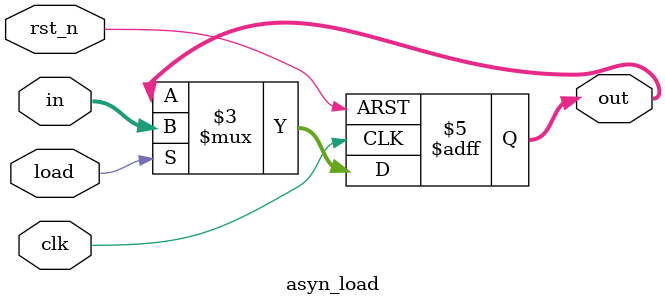
<source format=v>
module asyn_load(rst_n, clk, load, in, out);
	input rst_n;
	input clk;
	input load;
	input [3:0] in;
	output [3:0] out;
	
	reg [3:0] out;
	
	always @(posedge clk or negedge rst_n) begin

		if(!rst_n)
			out <= 4'b0;
		else if(load)
			out <= in;
	end
endmodule

</source>
